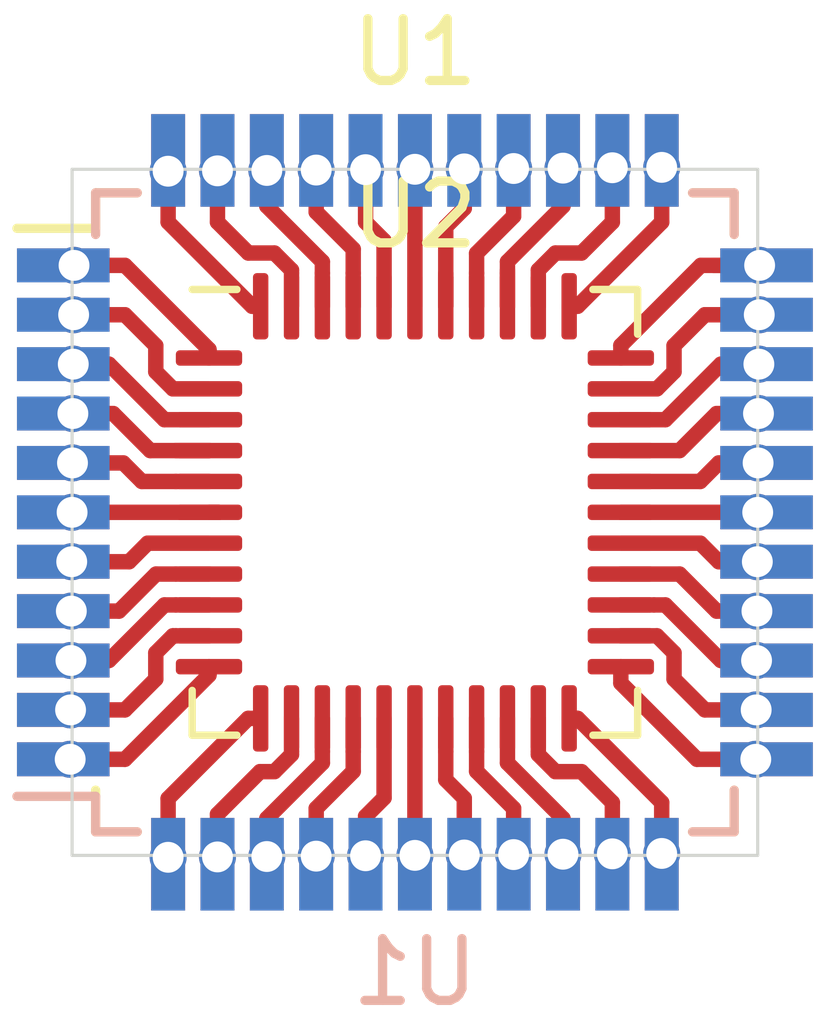
<source format=kicad_pcb>
(kicad_pcb (version 20171130) (host pcbnew "(5.1.10)-1")

  (general
    (thickness 1.6)
    (drawings 6)
    (tracks 255)
    (zones 0)
    (modules 3)
    (nets 40)
  )

  (page A4)
  (layers
    (0 F.Cu signal)
    (31 B.Cu signal)
    (32 B.Adhes user)
    (33 F.Adhes user)
    (34 B.Paste user)
    (35 F.Paste user)
    (36 B.SilkS user)
    (37 F.SilkS user)
    (38 B.Mask user)
    (39 F.Mask user)
    (40 Dwgs.User user)
    (41 Cmts.User user)
    (42 Eco1.User user)
    (43 Eco2.User user)
    (44 Edge.Cuts user)
    (45 Margin user)
    (46 B.CrtYd user)
    (47 F.CrtYd user)
    (48 B.Fab user)
    (49 F.Fab user)
  )

  (setup
    (last_trace_width 0.25)
    (trace_clearance 0.2)
    (zone_clearance 0.508)
    (zone_45_only no)
    (trace_min 0.2)
    (via_size 0.8)
    (via_drill 0.4)
    (via_min_size 0.4)
    (via_min_drill 0.3)
    (user_via 0.6 0.5)
    (uvia_size 0.3)
    (uvia_drill 0.1)
    (uvias_allowed no)
    (uvia_min_size 0.2)
    (uvia_min_drill 0.1)
    (edge_width 0.05)
    (segment_width 0.2)
    (pcb_text_width 0.3)
    (pcb_text_size 1.5 1.5)
    (mod_edge_width 0.12)
    (mod_text_size 1 1)
    (mod_text_width 0.15)
    (pad_size 1.524 1.524)
    (pad_drill 0.762)
    (pad_to_mask_clearance 0.051)
    (solder_mask_min_width 0.25)
    (aux_axis_origin 0 0)
    (visible_elements 7FFFF7FF)
    (pcbplotparams
      (layerselection 0x3fffc_ffffffff)
      (usegerberextensions false)
      (usegerberattributes false)
      (usegerberadvancedattributes false)
      (creategerberjobfile false)
      (excludeedgelayer true)
      (linewidth 0.100000)
      (plotframeref false)
      (viasonmask false)
      (mode 1)
      (useauxorigin false)
      (hpglpennumber 1)
      (hpglpenspeed 20)
      (hpglpendiameter 15.000000)
      (psnegative false)
      (psa4output false)
      (plotreference true)
      (plotvalue true)
      (plotinvisibletext false)
      (padsonsilk false)
      (subtractmaskfromsilk false)
      (outputformat 1)
      (mirror false)
      (drillshape 0)
      (scaleselection 1)
      (outputdirectory "gerber/"))
  )

  (net 0 "")
  (net 1 24)
  (net 2 15)
  (net 3 42)
  (net 4 41)
  (net 5 40)
  (net 6 39)
  (net 7 38)
  (net 8 37)
  (net 9 36)
  (net 10 14)
  (net 11 33)
  (net 12 32)
  (net 13 31)
  (net 14 30)
  (net 15 29)
  (net 16 28)
  (net 17 27)
  (net 18 26)
  (net 19 25)
  (net 20 22)
  (net 21 21)
  (net 22 20)
  (net 23 19)
  (net 24 18)
  (net 25 17)
  (net 26 16)
  (net 27 13)
  (net 28 12)
  (net 29 11)
  (net 30 10)
  (net 31 9)
  (net 32 8)
  (net 33 7)
  (net 34 6)
  (net 35 5)
  (net 36 4)
  (net 37 3)
  (net 38 2)
  (net 39 1)

  (net_class Default "This is the default net class."
    (clearance 0.2)
    (trace_width 0.25)
    (via_dia 0.8)
    (via_drill 0.4)
    (uvia_dia 0.3)
    (uvia_drill 0.1)
    (add_net 1)
    (add_net 10)
    (add_net 11)
    (add_net 12)
    (add_net 13)
    (add_net 14)
    (add_net 15)
    (add_net 16)
    (add_net 17)
    (add_net 18)
    (add_net 19)
    (add_net 2)
    (add_net 20)
    (add_net 21)
    (add_net 22)
    (add_net 24)
    (add_net 25)
    (add_net 26)
    (add_net 27)
    (add_net 28)
    (add_net 29)
    (add_net 3)
    (add_net 30)
    (add_net 31)
    (add_net 32)
    (add_net 33)
    (add_net 36)
    (add_net 37)
    (add_net 38)
    (add_net 39)
    (add_net 4)
    (add_net 40)
    (add_net 41)
    (add_net 42)
    (add_net 5)
    (add_net 6)
    (add_net 7)
    (add_net 8)
    (add_net 9)
  )

  (module Package_DFN_QFN:QFN-44-1EP_7x7mm_P0.5mm_EP5.2x5.2mm (layer F.Cu) (tedit 61C285FA) (tstamp 604662B8)
    (at 94.45625 57.94375)
    (descr "QFN, 44 Pin (http://ww1.microchip.com/downloads/en/DeviceDoc/2512S.pdf#page=17), generated with kicad-footprint-generator ipc_noLead_generator.py")
    (tags "QFN NoLead")
    (path /60467231)
    (attr smd)
    (fp_text reference U2 (at 0 -4.82) (layer F.SilkS)
      (effects (font (size 1 1) (thickness 0.15)))
    )
    (fp_text value ATmega32U4-MU (at 0 4.82) (layer F.Fab)
      (effects (font (size 1 1) (thickness 0.15)))
    )
    (fp_line (start 4.12 -4.12) (end -4.12 -4.12) (layer F.CrtYd) (width 0.05))
    (fp_line (start 4.12 4.12) (end 4.12 -4.12) (layer F.CrtYd) (width 0.05))
    (fp_line (start -4.12 4.12) (end 4.12 4.12) (layer F.CrtYd) (width 0.05))
    (fp_line (start -4.12 -4.12) (end -4.12 4.12) (layer F.CrtYd) (width 0.05))
    (fp_line (start -3.5 -2.5) (end -2.5 -3.5) (layer F.Fab) (width 0.1))
    (fp_line (start -3.5 3.5) (end -3.5 -2.5) (layer F.Fab) (width 0.1))
    (fp_line (start 3.5 3.5) (end -3.5 3.5) (layer F.Fab) (width 0.1))
    (fp_line (start 3.5 -3.5) (end 3.5 3.5) (layer F.Fab) (width 0.1))
    (fp_line (start -2.5 -3.5) (end 3.5 -3.5) (layer F.Fab) (width 0.1))
    (fp_line (start -2.885 -3.61) (end -3.61 -3.61) (layer F.SilkS) (width 0.12))
    (fp_line (start 3.61 3.61) (end 3.61 2.885) (layer F.SilkS) (width 0.12))
    (fp_line (start 2.885 3.61) (end 3.61 3.61) (layer F.SilkS) (width 0.12))
    (fp_line (start -3.61 3.61) (end -3.61 2.885) (layer F.SilkS) (width 0.12))
    (fp_line (start -2.885 3.61) (end -3.61 3.61) (layer F.SilkS) (width 0.12))
    (fp_line (start 3.61 -3.61) (end 3.61 -2.885) (layer F.SilkS) (width 0.12))
    (fp_line (start 2.885 -3.61) (end 3.61 -3.61) (layer F.SilkS) (width 0.12))
    (fp_text user %R (at 0 0) (layer F.Fab)
      (effects (font (size 1 1) (thickness 0.15)))
    )
    (pad 44 smd roundrect (at -2.5 -3.3375) (size 0.25 1.075) (layers F.Cu F.Paste F.Mask) (roundrect_rratio 0.25)
      (net 1 24))
    (pad 43 smd roundrect (at -2 -3.3375) (size 0.25 1.075) (layers F.Cu F.Paste F.Mask) (roundrect_rratio 0.25)
      (net 2 15))
    (pad 42 smd roundrect (at -1.5 -3.3375) (size 0.25 1.075) (layers F.Cu F.Paste F.Mask) (roundrect_rratio 0.25)
      (net 3 42))
    (pad 41 smd roundrect (at -1 -3.3375) (size 0.25 1.075) (layers F.Cu F.Paste F.Mask) (roundrect_rratio 0.25)
      (net 4 41))
    (pad 40 smd roundrect (at -0.5 -3.3375) (size 0.25 1.075) (layers F.Cu F.Paste F.Mask) (roundrect_rratio 0.25)
      (net 5 40))
    (pad 39 smd roundrect (at 0 -3.3375) (size 0.25 1.075) (layers F.Cu F.Paste F.Mask) (roundrect_rratio 0.25)
      (net 6 39))
    (pad 38 smd roundrect (at 0.5 -3.3375) (size 0.25 1.075) (layers F.Cu F.Paste F.Mask) (roundrect_rratio 0.25)
      (net 7 38))
    (pad 37 smd roundrect (at 1 -3.3375) (size 0.25 1.075) (layers F.Cu F.Paste F.Mask) (roundrect_rratio 0.25)
      (net 8 37))
    (pad 36 smd roundrect (at 1.5 -3.3375) (size 0.25 1.075) (layers F.Cu F.Paste F.Mask) (roundrect_rratio 0.25)
      (net 9 36))
    (pad 35 smd roundrect (at 2 -3.3375) (size 0.25 1.075) (layers F.Cu F.Paste F.Mask) (roundrect_rratio 0.25)
      (net 2 15))
    (pad 34 smd roundrect (at 2.5 -3.3375) (size 0.25 1.075) (layers F.Cu F.Paste F.Mask) (roundrect_rratio 0.25)
      (net 10 14))
    (pad 33 smd roundrect (at 3.3375 -2.5) (size 1.075 0.25) (layers F.Cu F.Paste F.Mask) (roundrect_rratio 0.25)
      (net 11 33))
    (pad 32 smd roundrect (at 3.3375 -2) (size 1.075 0.25) (layers F.Cu F.Paste F.Mask) (roundrect_rratio 0.25)
      (net 12 32))
    (pad 31 smd roundrect (at 3.3375 -1.5) (size 1.075 0.25) (layers F.Cu F.Paste F.Mask) (roundrect_rratio 0.25)
      (net 13 31))
    (pad 30 smd roundrect (at 3.3375 -1) (size 1.075 0.25) (layers F.Cu F.Paste F.Mask) (roundrect_rratio 0.25)
      (net 14 30))
    (pad 29 smd roundrect (at 3.3375 -0.5) (size 1.075 0.25) (layers F.Cu F.Paste F.Mask) (roundrect_rratio 0.25)
      (net 15 29))
    (pad 28 smd roundrect (at 3.3375 0) (size 1.075 0.25) (layers F.Cu F.Paste F.Mask) (roundrect_rratio 0.25)
      (net 16 28))
    (pad 27 smd roundrect (at 3.3375 0.5) (size 1.075 0.25) (layers F.Cu F.Paste F.Mask) (roundrect_rratio 0.25)
      (net 17 27))
    (pad 26 smd roundrect (at 3.3375 1) (size 1.075 0.25) (layers F.Cu F.Paste F.Mask) (roundrect_rratio 0.25)
      (net 18 26))
    (pad 25 smd roundrect (at 3.3375 1.5) (size 1.075 0.25) (layers F.Cu F.Paste F.Mask) (roundrect_rratio 0.25)
      (net 19 25))
    (pad 24 smd roundrect (at 3.3375 2) (size 1.075 0.25) (layers F.Cu F.Paste F.Mask) (roundrect_rratio 0.25)
      (net 1 24))
    (pad 23 smd roundrect (at 3.3375 2.5) (size 1.075 0.25) (layers F.Cu F.Paste F.Mask) (roundrect_rratio 0.25)
      (net 2 15))
    (pad 22 smd roundrect (at 2.5 3.3375) (size 0.25 1.075) (layers F.Cu F.Paste F.Mask) (roundrect_rratio 0.25)
      (net 20 22))
    (pad 21 smd roundrect (at 2 3.3375) (size 0.25 1.075) (layers F.Cu F.Paste F.Mask) (roundrect_rratio 0.25)
      (net 21 21))
    (pad 20 smd roundrect (at 1.5 3.3375) (size 0.25 1.075) (layers F.Cu F.Paste F.Mask) (roundrect_rratio 0.25)
      (net 22 20))
    (pad 19 smd roundrect (at 1 3.3375) (size 0.25 1.075) (layers F.Cu F.Paste F.Mask) (roundrect_rratio 0.25)
      (net 23 19))
    (pad 18 smd roundrect (at 0.5 3.3375) (size 0.25 1.075) (layers F.Cu F.Paste F.Mask) (roundrect_rratio 0.25)
      (net 24 18))
    (pad 17 smd roundrect (at 0 3.3375) (size 0.25 1.075) (layers F.Cu F.Paste F.Mask) (roundrect_rratio 0.25)
      (net 25 17))
    (pad 16 smd roundrect (at -0.5 3.3375) (size 0.25 1.075) (layers F.Cu F.Paste F.Mask) (roundrect_rratio 0.25)
      (net 26 16))
    (pad 15 smd roundrect (at -1 3.3375) (size 0.25 1.075) (layers F.Cu F.Paste F.Mask) (roundrect_rratio 0.25)
      (net 2 15))
    (pad 14 smd roundrect (at -1.5 3.3375) (size 0.25 1.075) (layers F.Cu F.Paste F.Mask) (roundrect_rratio 0.25)
      (net 10 14))
    (pad 13 smd roundrect (at -2 3.3375) (size 0.25 1.075) (layers F.Cu F.Paste F.Mask) (roundrect_rratio 0.25)
      (net 27 13))
    (pad 12 smd roundrect (at -2.5 3.3375) (size 0.25 1.075) (layers F.Cu F.Paste F.Mask) (roundrect_rratio 0.25)
      (net 28 12))
    (pad 11 smd roundrect (at -3.3375 2.5) (size 1.075 0.25) (layers F.Cu F.Paste F.Mask) (roundrect_rratio 0.25)
      (net 29 11))
    (pad 10 smd roundrect (at -3.3375 2) (size 1.075 0.25) (layers F.Cu F.Paste F.Mask) (roundrect_rratio 0.25)
      (net 30 10))
    (pad 9 smd roundrect (at -3.3375 1.5) (size 1.075 0.25) (layers F.Cu F.Paste F.Mask) (roundrect_rratio 0.25)
      (net 31 9))
    (pad 8 smd roundrect (at -3.3375 1) (size 1.075 0.25) (layers F.Cu F.Paste F.Mask) (roundrect_rratio 0.25)
      (net 32 8))
    (pad 7 smd roundrect (at -3.3375 0.5) (size 1.075 0.25) (layers F.Cu F.Paste F.Mask) (roundrect_rratio 0.25)
      (net 33 7))
    (pad 6 smd roundrect (at -3.3375 0) (size 1.075 0.25) (layers F.Cu F.Paste F.Mask) (roundrect_rratio 0.25)
      (net 34 6))
    (pad 5 smd roundrect (at -3.3375 -0.5) (size 1.075 0.25) (layers F.Cu F.Paste F.Mask) (roundrect_rratio 0.25)
      (net 35 5))
    (pad 4 smd roundrect (at -3.3375 -1) (size 1.075 0.25) (layers F.Cu F.Paste F.Mask) (roundrect_rratio 0.25)
      (net 36 4))
    (pad 3 smd roundrect (at -3.3375 -1.5) (size 1.075 0.25) (layers F.Cu F.Paste F.Mask) (roundrect_rratio 0.25)
      (net 37 3))
    (pad 2 smd roundrect (at -3.3375 -2) (size 1.075 0.25) (layers F.Cu F.Paste F.Mask) (roundrect_rratio 0.25)
      (net 38 2))
    (pad 1 smd roundrect (at -3.3375 -2.5) (size 1.075 0.25) (layers F.Cu F.Paste F.Mask) (roundrect_rratio 0.25)
      (net 39 1))
    (model ${KISYS3DMOD}/Package_DFN_QFN.3dshapes/QFN-44-1EP_7x7mm_P0.5mm_EP5.2x5.2mm.wrl
      (at (xyz 0 0 0))
      (scale (xyz 1 1 1))
      (rotate (xyz 0 0 0))
    )
  )

  (module Package_QFP:TQFP-44_10x10mm_P0.8mm (layer B.Cu) (tedit 5A02F146) (tstamp 61B0F79A)
    (at 94.45625 57.94375)
    (descr "44-Lead Plastic Thin Quad Flatpack (PT) - 10x10x1.0 mm Body [TQFP] (see Microchip Packaging Specification 00000049BS.pdf)")
    (tags "QFP 0.8")
    (path /60465DA2)
    (attr smd)
    (fp_text reference U1 (at 0 7.45) (layer B.SilkS)
      (effects (font (size 1 1) (thickness 0.15)) (justify mirror))
    )
    (fp_text value ATmega32U4-AU (at 0 -7.45) (layer B.Fab)
      (effects (font (size 1 1) (thickness 0.15)) (justify mirror))
    )
    (fp_line (start -4 5) (end 5 5) (layer B.Fab) (width 0.15))
    (fp_line (start 5 5) (end 5 -5) (layer B.Fab) (width 0.15))
    (fp_line (start 5 -5) (end -5 -5) (layer B.Fab) (width 0.15))
    (fp_line (start -5 -5) (end -5 4) (layer B.Fab) (width 0.15))
    (fp_line (start -5 4) (end -4 5) (layer B.Fab) (width 0.15))
    (fp_line (start -6.7 6.7) (end -6.7 -6.7) (layer B.CrtYd) (width 0.05))
    (fp_line (start 6.7 6.7) (end 6.7 -6.7) (layer B.CrtYd) (width 0.05))
    (fp_line (start -6.7 6.7) (end 6.7 6.7) (layer B.CrtYd) (width 0.05))
    (fp_line (start -6.7 -6.7) (end 6.7 -6.7) (layer B.CrtYd) (width 0.05))
    (fp_line (start -5.175 5.175) (end -5.175 4.6) (layer B.SilkS) (width 0.15))
    (fp_line (start 5.175 5.175) (end 5.175 4.5) (layer B.SilkS) (width 0.15))
    (fp_line (start 5.175 -5.175) (end 5.175 -4.5) (layer B.SilkS) (width 0.15))
    (fp_line (start -5.175 -5.175) (end -5.175 -4.5) (layer B.SilkS) (width 0.15))
    (fp_line (start -5.175 5.175) (end -4.5 5.175) (layer B.SilkS) (width 0.15))
    (fp_line (start -5.175 -5.175) (end -4.5 -5.175) (layer B.SilkS) (width 0.15))
    (fp_line (start 5.175 -5.175) (end 4.5 -5.175) (layer B.SilkS) (width 0.15))
    (fp_line (start 5.175 5.175) (end 4.5 5.175) (layer B.SilkS) (width 0.15))
    (fp_line (start -5.175 4.6) (end -6.45 4.6) (layer B.SilkS) (width 0.15))
    (fp_text user %R (at 0 0) (layer B.Fab)
      (effects (font (size 1 1) (thickness 0.15)) (justify mirror))
    )
    (pad 1 smd rect (at -5.7 4) (size 1.5 0.55) (layers B.Cu B.Paste B.Mask)
      (net 39 1))
    (pad 2 smd rect (at -5.7 3.2) (size 1.5 0.55) (layers B.Cu B.Paste B.Mask)
      (net 38 2))
    (pad 3 smd rect (at -5.7 2.4) (size 1.5 0.55) (layers B.Cu B.Paste B.Mask)
      (net 37 3))
    (pad 4 smd rect (at -5.7 1.6) (size 1.5 0.55) (layers B.Cu B.Paste B.Mask)
      (net 36 4))
    (pad 5 smd rect (at -5.7 0.8) (size 1.5 0.55) (layers B.Cu B.Paste B.Mask)
      (net 35 5))
    (pad 6 smd rect (at -5.7 0) (size 1.5 0.55) (layers B.Cu B.Paste B.Mask)
      (net 34 6))
    (pad 7 smd rect (at -5.7 -0.8) (size 1.5 0.55) (layers B.Cu B.Paste B.Mask)
      (net 33 7))
    (pad 8 smd rect (at -5.7 -1.6) (size 1.5 0.55) (layers B.Cu B.Paste B.Mask)
      (net 32 8))
    (pad 9 smd rect (at -5.7 -2.4) (size 1.5 0.55) (layers B.Cu B.Paste B.Mask)
      (net 31 9))
    (pad 10 smd rect (at -5.7 -3.2) (size 1.5 0.55) (layers B.Cu B.Paste B.Mask)
      (net 30 10))
    (pad 11 smd rect (at -5.7 -4) (size 1.5 0.55) (layers B.Cu B.Paste B.Mask)
      (net 29 11))
    (pad 12 smd rect (at -4 -5.7 270) (size 1.5 0.55) (layers B.Cu B.Paste B.Mask)
      (net 28 12))
    (pad 13 smd rect (at -3.2 -5.7 270) (size 1.5 0.55) (layers B.Cu B.Paste B.Mask)
      (net 27 13))
    (pad 14 smd rect (at -2.4 -5.7 270) (size 1.5 0.55) (layers B.Cu B.Paste B.Mask)
      (net 10 14))
    (pad 15 smd rect (at -1.6 -5.7 270) (size 1.5 0.55) (layers B.Cu B.Paste B.Mask)
      (net 2 15))
    (pad 16 smd rect (at -0.8 -5.7 270) (size 1.5 0.55) (layers B.Cu B.Paste B.Mask)
      (net 26 16))
    (pad 17 smd rect (at 0 -5.7 270) (size 1.5 0.55) (layers B.Cu B.Paste B.Mask)
      (net 25 17))
    (pad 18 smd rect (at 0.8 -5.7 270) (size 1.5 0.55) (layers B.Cu B.Paste B.Mask)
      (net 24 18))
    (pad 19 smd rect (at 1.6 -5.7 270) (size 1.5 0.55) (layers B.Cu B.Paste B.Mask)
      (net 23 19))
    (pad 20 smd rect (at 2.4 -5.7 270) (size 1.5 0.55) (layers B.Cu B.Paste B.Mask)
      (net 22 20))
    (pad 21 smd rect (at 3.2 -5.7 270) (size 1.5 0.55) (layers B.Cu B.Paste B.Mask)
      (net 21 21))
    (pad 22 smd rect (at 4 -5.7 270) (size 1.5 0.55) (layers B.Cu B.Paste B.Mask)
      (net 20 22))
    (pad 23 smd rect (at 5.7 -4) (size 1.5 0.55) (layers B.Cu B.Paste B.Mask)
      (net 2 15))
    (pad 24 smd rect (at 5.7 -3.2) (size 1.5 0.55) (layers B.Cu B.Paste B.Mask)
      (net 1 24))
    (pad 25 smd rect (at 5.7 -2.4) (size 1.5 0.55) (layers B.Cu B.Paste B.Mask)
      (net 19 25))
    (pad 26 smd rect (at 5.7 -1.6) (size 1.5 0.55) (layers B.Cu B.Paste B.Mask)
      (net 18 26))
    (pad 27 smd rect (at 5.7 -0.8) (size 1.5 0.55) (layers B.Cu B.Paste B.Mask)
      (net 17 27))
    (pad 28 smd rect (at 5.7 0) (size 1.5 0.55) (layers B.Cu B.Paste B.Mask)
      (net 16 28))
    (pad 29 smd rect (at 5.7 0.8) (size 1.5 0.55) (layers B.Cu B.Paste B.Mask)
      (net 15 29))
    (pad 30 smd rect (at 5.7 1.6) (size 1.5 0.55) (layers B.Cu B.Paste B.Mask)
      (net 14 30))
    (pad 31 smd rect (at 5.7 2.4) (size 1.5 0.55) (layers B.Cu B.Paste B.Mask)
      (net 13 31))
    (pad 32 smd rect (at 5.7 3.2) (size 1.5 0.55) (layers B.Cu B.Paste B.Mask)
      (net 12 32))
    (pad 33 smd rect (at 5.7 4) (size 1.5 0.55) (layers B.Cu B.Paste B.Mask)
      (net 11 33))
    (pad 34 smd rect (at 4 5.7 270) (size 1.5 0.55) (layers B.Cu B.Paste B.Mask)
      (net 10 14))
    (pad 35 smd rect (at 3.2 5.7 270) (size 1.5 0.55) (layers B.Cu B.Paste B.Mask)
      (net 2 15))
    (pad 36 smd rect (at 2.4 5.7 270) (size 1.5 0.55) (layers B.Cu B.Paste B.Mask)
      (net 9 36))
    (pad 37 smd rect (at 1.6 5.7 270) (size 1.5 0.55) (layers B.Cu B.Paste B.Mask)
      (net 8 37))
    (pad 38 smd rect (at 0.8 5.7 270) (size 1.5 0.55) (layers B.Cu B.Paste B.Mask)
      (net 7 38))
    (pad 39 smd rect (at 0 5.7 270) (size 1.5 0.55) (layers B.Cu B.Paste B.Mask)
      (net 6 39))
    (pad 40 smd rect (at -0.8 5.7 270) (size 1.5 0.55) (layers B.Cu B.Paste B.Mask)
      (net 5 40))
    (pad 41 smd rect (at -1.6 5.7 270) (size 1.5 0.55) (layers B.Cu B.Paste B.Mask)
      (net 4 41))
    (pad 42 smd rect (at -2.4 5.7 270) (size 1.5 0.55) (layers B.Cu B.Paste B.Mask)
      (net 3 42))
    (pad 43 smd rect (at -3.2 5.7 270) (size 1.5 0.55) (layers B.Cu B.Paste B.Mask)
      (net 2 15))
    (pad 44 smd rect (at -4 5.7 270) (size 1.5 0.55) (layers B.Cu B.Paste B.Mask)
      (net 1 24))
    (model ${KISYS3DMOD}/Package_QFP.3dshapes/TQFP-44_10x10mm_P0.8mm.wrl
      (at (xyz 0 0 0))
      (scale (xyz 1 1 1))
      (rotate (xyz 0 0 0))
    )
  )

  (module Package_QFP:TQFP-44_10x10mm_P0.8mm (layer F.Cu) (tedit 5A02F146) (tstamp 60466266)
    (at 94.45625 57.94375)
    (descr "44-Lead Plastic Thin Quad Flatpack (PT) - 10x10x1.0 mm Body [TQFP] (see Microchip Packaging Specification 00000049BS.pdf)")
    (tags "QFP 0.8")
    (path /60465DA2)
    (attr smd)
    (fp_text reference U1 (at 0 -7.45) (layer F.SilkS)
      (effects (font (size 1 1) (thickness 0.15)))
    )
    (fp_text value ATmega32U4-AU (at 0 7.45) (layer F.Fab)
      (effects (font (size 1 1) (thickness 0.15)))
    )
    (fp_line (start -5.175 -4.6) (end -6.45 -4.6) (layer F.SilkS) (width 0.15))
    (fp_line (start 5.175 -5.175) (end 4.5 -5.175) (layer F.SilkS) (width 0.15))
    (fp_line (start 5.175 5.175) (end 4.5 5.175) (layer F.SilkS) (width 0.15))
    (fp_line (start -5.175 5.175) (end -4.5 5.175) (layer F.SilkS) (width 0.15))
    (fp_line (start -5.175 -5.175) (end -4.5 -5.175) (layer F.SilkS) (width 0.15))
    (fp_line (start -5.175 5.175) (end -5.175 4.5) (layer F.SilkS) (width 0.15))
    (fp_line (start 5.175 5.175) (end 5.175 4.5) (layer F.SilkS) (width 0.15))
    (fp_line (start 5.175 -5.175) (end 5.175 -4.5) (layer F.SilkS) (width 0.15))
    (fp_line (start -5.175 -5.175) (end -5.175 -4.6) (layer F.SilkS) (width 0.15))
    (fp_line (start -6.7 6.7) (end 6.7 6.7) (layer F.CrtYd) (width 0.05))
    (fp_line (start -6.7 -6.7) (end 6.7 -6.7) (layer F.CrtYd) (width 0.05))
    (fp_line (start 6.7 -6.7) (end 6.7 6.7) (layer F.CrtYd) (width 0.05))
    (fp_line (start -6.7 -6.7) (end -6.7 6.7) (layer F.CrtYd) (width 0.05))
    (fp_line (start -5 -4) (end -4 -5) (layer F.Fab) (width 0.15))
    (fp_line (start -5 5) (end -5 -4) (layer F.Fab) (width 0.15))
    (fp_line (start 5 5) (end -5 5) (layer F.Fab) (width 0.15))
    (fp_line (start 5 -5) (end 5 5) (layer F.Fab) (width 0.15))
    (fp_line (start -4 -5) (end 5 -5) (layer F.Fab) (width 0.15))
    (fp_text user %R (at 0 0) (layer F.Fab)
      (effects (font (size 1 1) (thickness 0.15)))
    )
    (pad 44 smd rect (at -4 -5.7 90) (size 1.5 0.55) (layers F.Cu F.Paste F.Mask)
      (net 1 24))
    (pad 43 smd rect (at -3.2 -5.7 90) (size 1.5 0.55) (layers F.Cu F.Paste F.Mask)
      (net 2 15))
    (pad 42 smd rect (at -2.4 -5.7 90) (size 1.5 0.55) (layers F.Cu F.Paste F.Mask)
      (net 3 42))
    (pad 41 smd rect (at -1.6 -5.7 90) (size 1.5 0.55) (layers F.Cu F.Paste F.Mask)
      (net 4 41))
    (pad 40 smd rect (at -0.8 -5.7 90) (size 1.5 0.55) (layers F.Cu F.Paste F.Mask)
      (net 5 40))
    (pad 39 smd rect (at 0 -5.7 90) (size 1.5 0.55) (layers F.Cu F.Paste F.Mask)
      (net 6 39))
    (pad 38 smd rect (at 0.8 -5.7 90) (size 1.5 0.55) (layers F.Cu F.Paste F.Mask)
      (net 7 38))
    (pad 37 smd rect (at 1.6 -5.7 90) (size 1.5 0.55) (layers F.Cu F.Paste F.Mask)
      (net 8 37))
    (pad 36 smd rect (at 2.4 -5.7 90) (size 1.5 0.55) (layers F.Cu F.Paste F.Mask)
      (net 9 36))
    (pad 35 smd rect (at 3.2 -5.7 90) (size 1.5 0.55) (layers F.Cu F.Paste F.Mask)
      (net 2 15))
    (pad 34 smd rect (at 4 -5.7 90) (size 1.5 0.55) (layers F.Cu F.Paste F.Mask)
      (net 10 14))
    (pad 33 smd rect (at 5.7 -4) (size 1.5 0.55) (layers F.Cu F.Paste F.Mask)
      (net 11 33))
    (pad 32 smd rect (at 5.7 -3.2) (size 1.5 0.55) (layers F.Cu F.Paste F.Mask)
      (net 12 32))
    (pad 31 smd rect (at 5.7 -2.4) (size 1.5 0.55) (layers F.Cu F.Paste F.Mask)
      (net 13 31))
    (pad 30 smd rect (at 5.7 -1.6) (size 1.5 0.55) (layers F.Cu F.Paste F.Mask)
      (net 14 30))
    (pad 29 smd rect (at 5.7 -0.8) (size 1.5 0.55) (layers F.Cu F.Paste F.Mask)
      (net 15 29))
    (pad 28 smd rect (at 5.7 0) (size 1.5 0.55) (layers F.Cu F.Paste F.Mask)
      (net 16 28))
    (pad 27 smd rect (at 5.7 0.8) (size 1.5 0.55) (layers F.Cu F.Paste F.Mask)
      (net 17 27))
    (pad 26 smd rect (at 5.7 1.6) (size 1.5 0.55) (layers F.Cu F.Paste F.Mask)
      (net 18 26))
    (pad 25 smd rect (at 5.7 2.4) (size 1.5 0.55) (layers F.Cu F.Paste F.Mask)
      (net 19 25))
    (pad 24 smd rect (at 5.7 3.2) (size 1.5 0.55) (layers F.Cu F.Paste F.Mask)
      (net 1 24))
    (pad 23 smd rect (at 5.7 4) (size 1.5 0.55) (layers F.Cu F.Paste F.Mask)
      (net 2 15))
    (pad 22 smd rect (at 4 5.7 90) (size 1.5 0.55) (layers F.Cu F.Paste F.Mask)
      (net 20 22))
    (pad 21 smd rect (at 3.2 5.7 90) (size 1.5 0.55) (layers F.Cu F.Paste F.Mask)
      (net 21 21))
    (pad 20 smd rect (at 2.4 5.7 90) (size 1.5 0.55) (layers F.Cu F.Paste F.Mask)
      (net 22 20))
    (pad 19 smd rect (at 1.6 5.7 90) (size 1.5 0.55) (layers F.Cu F.Paste F.Mask)
      (net 23 19))
    (pad 18 smd rect (at 0.8 5.7 90) (size 1.5 0.55) (layers F.Cu F.Paste F.Mask)
      (net 24 18))
    (pad 17 smd rect (at 0 5.7 90) (size 1.5 0.55) (layers F.Cu F.Paste F.Mask)
      (net 25 17))
    (pad 16 smd rect (at -0.8 5.7 90) (size 1.5 0.55) (layers F.Cu F.Paste F.Mask)
      (net 26 16))
    (pad 15 smd rect (at -1.6 5.7 90) (size 1.5 0.55) (layers F.Cu F.Paste F.Mask)
      (net 2 15))
    (pad 14 smd rect (at -2.4 5.7 90) (size 1.5 0.55) (layers F.Cu F.Paste F.Mask)
      (net 10 14))
    (pad 13 smd rect (at -3.2 5.7 90) (size 1.5 0.55) (layers F.Cu F.Paste F.Mask)
      (net 27 13))
    (pad 12 smd rect (at -4 5.7 90) (size 1.5 0.55) (layers F.Cu F.Paste F.Mask)
      (net 28 12))
    (pad 11 smd rect (at -5.7 4) (size 1.5 0.55) (layers F.Cu F.Paste F.Mask)
      (net 29 11))
    (pad 10 smd rect (at -5.7 3.2) (size 1.5 0.55) (layers F.Cu F.Paste F.Mask)
      (net 30 10))
    (pad 9 smd rect (at -5.7 2.4) (size 1.5 0.55) (layers F.Cu F.Paste F.Mask)
      (net 31 9))
    (pad 8 smd rect (at -5.7 1.6) (size 1.5 0.55) (layers F.Cu F.Paste F.Mask)
      (net 32 8))
    (pad 7 smd rect (at -5.7 0.8) (size 1.5 0.55) (layers F.Cu F.Paste F.Mask)
      (net 33 7))
    (pad 6 smd rect (at -5.7 0) (size 1.5 0.55) (layers F.Cu F.Paste F.Mask)
      (net 34 6))
    (pad 5 smd rect (at -5.7 -0.8) (size 1.5 0.55) (layers F.Cu F.Paste F.Mask)
      (net 35 5))
    (pad 4 smd rect (at -5.7 -1.6) (size 1.5 0.55) (layers F.Cu F.Paste F.Mask)
      (net 36 4))
    (pad 3 smd rect (at -5.7 -2.4) (size 1.5 0.55) (layers F.Cu F.Paste F.Mask)
      (net 37 3))
    (pad 2 smd rect (at -5.7 -3.2) (size 1.5 0.55) (layers F.Cu F.Paste F.Mask)
      (net 38 2))
    (pad 1 smd rect (at -5.7 -4) (size 1.5 0.55) (layers F.Cu F.Paste F.Mask)
      (net 39 1))
    (model ${KISYS3DMOD}/Package_QFP.3dshapes/TQFP-44_10x10mm_P0.8mm.wrl
      (at (xyz 0 0 0))
      (scale (xyz 1 1 1))
      (rotate (xyz 0 0 0))
    )
  )

  (gr_text . (at 91.3 53.9) (layer Dwgs.User)
    (effects (font (size 2 2) (thickness 0.15)))
  )
  (gr_text . (at 89.4 51.9) (layer Dwgs.User)
    (effects (font (size 2 2) (thickness 0.15) italic))
  )
  (gr_line (start 88.9 63.5) (end 88.9 52.3875) (layer Edge.Cuts) (width 0.05) (tstamp 60469587))
  (gr_line (start 100.0125 63.5) (end 88.9 63.5) (layer Edge.Cuts) (width 0.05))
  (gr_line (start 100.0125 52.3875) (end 100.0125 63.5) (layer Edge.Cuts) (width 0.05))
  (gr_line (start 88.9 52.3875) (end 100.0125 52.3875) (layer Edge.Cuts) (width 0.05))

  (segment (start 90.45625 52.24375) (end 90.45625 52.41875) (width 0.25) (layer F.Cu) (net 1))
  (segment (start 99.15625 61.14375) (end 99.9875 61.14375) (width 0.25) (layer F.Cu) (net 1))
  (segment (start 98.65626 60.64376) (end 99.15625 61.14375) (width 0.25) (layer F.Cu) (net 1))
  (segment (start 98.379272 59.94375) (end 98.65626 60.220738) (width 0.25) (layer F.Cu) (net 1))
  (segment (start 98.65626 60.220738) (end 98.65626 60.64376) (width 0.25) (layer F.Cu) (net 1))
  (segment (start 97.79375 59.94375) (end 98.379272 59.94375) (width 0.25) (layer F.Cu) (net 1))
  (segment (start 90.45625 52.41875) (end 90.45625 53.24375) (width 0.25) (layer F.Cu) (net 1) (tstamp 60469530))
  (via (at 90.45625 52.41875) (size 0.6) (drill 0.5) (layers F.Cu B.Cu) (net 1))
  (segment (start 99.9875 61.14375) (end 100.15625 61.14375) (width 0.25) (layer F.Cu) (net 1) (tstamp 60469558))
  (via (at 99.9875 61.14375) (size 0.6) (drill 0.5) (layers F.Cu B.Cu) (net 1))
  (segment (start 91.81875 54.60625) (end 90.45625 53.24375) (width 0.25) (layer F.Cu) (net 1))
  (segment (start 91.95625 54.60625) (end 91.81875 54.60625) (width 0.25) (layer F.Cu) (net 1))
  (segment (start 93.45625 61.81875) (end 93.45625 61.28125) (width 0.25) (layer F.Cu) (net 2))
  (segment (start 93.45625 62.139592) (end 93.45625 61.81875) (width 0.25) (layer F.Cu) (net 2))
  (segment (start 92.85625 62.739592) (end 93.45625 62.139592) (width 0.25) (layer F.Cu) (net 2))
  (segment (start 92.85625 63.64375) (end 92.85625 63.5125) (width 0.25) (layer F.Cu) (net 2))
  (segment (start 96.733238 53.74374) (end 96.45625 54.020728) (width 0.25) (layer F.Cu) (net 2))
  (segment (start 97.15626 53.74374) (end 96.733238 53.74374) (width 0.25) (layer F.Cu) (net 2))
  (segment (start 96.45625 54.020728) (end 96.45625 54.60625) (width 0.25) (layer F.Cu) (net 2))
  (segment (start 97.65625 52.24375) (end 97.65625 52.3625) (width 0.25) (layer F.Cu) (net 2))
  (segment (start 97.65625 53.24375) (end 97.15626 53.74374) (width 0.25) (layer F.Cu) (net 2))
  (segment (start 92.45625 54.06875) (end 92.45625 54.60625) (width 0.25) (layer F.Cu) (net 2))
  (segment (start 92.45625 54.020728) (end 92.45625 54.06875) (width 0.25) (layer F.Cu) (net 2))
  (segment (start 92.179262 53.74374) (end 92.45625 54.020728) (width 0.25) (layer F.Cu) (net 2))
  (segment (start 91.75624 53.74374) (end 92.179262 53.74374) (width 0.25) (layer F.Cu) (net 2))
  (segment (start 91.25625 53.24375) (end 91.75624 53.74374) (width 0.25) (layer F.Cu) (net 2))
  (segment (start 91.25625 52.24375) (end 91.25625 52.4125) (width 0.25) (layer F.Cu) (net 2))
  (segment (start 91.25625 52.4125) (end 91.25625 53.24375) (width 0.25) (layer F.Cu) (net 2) (tstamp 60469532))
  (via (at 91.25625 52.4125) (size 0.6) (drill 0.5) (layers F.Cu B.Cu) (net 2))
  (segment (start 97.65625 52.3625) (end 97.65625 53.24375) (width 0.25) (layer F.Cu) (net 2) (tstamp 60469542))
  (via (at 97.65625 52.3625) (size 0.6) (drill 0.5) (layers F.Cu B.Cu) (net 2))
  (segment (start 99.98125 61.94375) (end 100.15625 61.94375) (width 0.25) (layer F.Cu) (net 2) (tstamp 6046955A))
  (segment (start 92.85625 63.5125) (end 92.85625 62.739592) (width 0.25) (layer F.Cu) (net 2) (tstamp 6046956A))
  (via (at 92.85625 63.5125) (size 0.6) (drill 0.5) (layers F.Cu B.Cu) (net 2))
  (via (at 99.98125 61.94375) (size 0.6) (drill 0.5) (layers F.Cu B.Cu) (net 2))
  (segment (start 97.79375 60.44375) (end 97.79375 60.70975) (width 0.25) (layer F.Cu) (net 2))
  (segment (start 99.02775 61.94375) (end 99.66249 61.94375) (width 0.25) (layer F.Cu) (net 2))
  (segment (start 97.79375 60.70975) (end 99.02775 61.94375) (width 0.25) (layer F.Cu) (net 2))
  (segment (start 92.95625 53.884318) (end 92.95625 54.06875) (width 0.25) (layer F.Cu) (net 3))
  (segment (start 92.95625 54.06875) (end 92.95625 54.60625) (width 0.25) (layer F.Cu) (net 3))
  (segment (start 92.05625 52.984318) (end 92.95625 53.884318) (width 0.25) (layer F.Cu) (net 3))
  (segment (start 92.05625 52.24375) (end 92.05625 52.40625) (width 0.25) (layer F.Cu) (net 3))
  (segment (start 92.05625 52.40625) (end 92.05625 52.984318) (width 0.25) (layer F.Cu) (net 3) (tstamp 60469534))
  (via (at 92.05625 52.40625) (size 0.6) (drill 0.5) (layers F.Cu B.Cu) (net 3))
  (segment (start 93.45625 53.68016) (end 93.45625 54.06875) (width 0.25) (layer F.Cu) (net 4))
  (segment (start 93.45625 54.06875) (end 93.45625 54.60625) (width 0.25) (layer F.Cu) (net 4))
  (segment (start 92.85625 53.08016) (end 93.45625 53.68016) (width 0.25) (layer F.Cu) (net 4))
  (segment (start 92.85625 52.24375) (end 92.85625 52.4) (width 0.25) (layer F.Cu) (net 4))
  (segment (start 92.85625 52.4) (end 92.85625 53.08016) (width 0.25) (layer F.Cu) (net 4) (tstamp 60469536))
  (via (at 92.85625 52.4) (size 0.6) (drill 0.5) (layers F.Cu B.Cu) (net 4))
  (segment (start 93.65625 53.24375) (end 93.65625 52.39375) (width 0.25) (layer F.Cu) (net 5))
  (segment (start 93.65625 52.39375) (end 93.65625 52.24375) (width 0.25) (layer F.Cu) (net 5) (tstamp 60469538))
  (via (at 93.65625 52.39375) (size 0.6) (drill 0.5) (layers F.Cu B.Cu) (net 5))
  (segment (start 93.95625 53.54375) (end 93.65625 53.24375) (width 0.25) (layer F.Cu) (net 5))
  (segment (start 93.95625 54.60625) (end 93.95625 53.54375) (width 0.25) (layer F.Cu) (net 5))
  (segment (start 94.45625 52.24375) (end 94.45625 52.3875) (width 0.25) (layer F.Cu) (net 6))
  (segment (start 94.45625 52.24375) (end 94.45625 52.3875) (width 0.25) (layer F.Cu) (net 6))
  (segment (start 94.45625 52.3875) (end 94.45625 54.60625) (width 0.25) (layer F.Cu) (net 6) (tstamp 6046953A))
  (via (at 94.45625 52.3875) (size 0.6) (drill 0.5) (layers F.Cu B.Cu) (net 6))
  (segment (start 94.95625 54.06875) (end 94.95625 54.60625) (width 0.25) (layer F.Cu) (net 7))
  (segment (start 94.95625 53.318751) (end 95.25625 53.018751) (width 0.25) (layer F.Cu) (net 7))
  (segment (start 95.25625 53.018751) (end 95.25625 52.38125) (width 0.25) (layer F.Cu) (net 7))
  (segment (start 94.95625 54.60625) (end 94.95625 53.318751) (width 0.25) (layer F.Cu) (net 7))
  (segment (start 95.25625 52.38125) (end 95.25625 52.24375) (width 0.25) (layer F.Cu) (net 7) (tstamp 6046953C))
  (via (at 95.25625 52.38125) (size 0.6) (drill 0.5) (layers F.Cu B.Cu) (net 7))
  (segment (start 95.45625 54.06875) (end 95.45625 54.60625) (width 0.25) (layer F.Cu) (net 8))
  (segment (start 96.05625 53.147908) (end 95.45625 53.747908) (width 0.25) (layer F.Cu) (net 8))
  (segment (start 95.45625 53.747908) (end 95.45625 54.06875) (width 0.25) (layer F.Cu) (net 8))
  (segment (start 96.05625 52.24375) (end 96.05625 52.375) (width 0.25) (layer F.Cu) (net 8))
  (segment (start 96.05625 52.375) (end 96.05625 53.147908) (width 0.25) (layer F.Cu) (net 8) (tstamp 6046953E))
  (via (at 96.05625 52.375) (size 0.6) (drill 0.5) (layers F.Cu B.Cu) (net 8))
  (segment (start 95.95625 54.020728) (end 95.95625 54.60625) (width 0.25) (layer F.Cu) (net 9))
  (segment (start 95.95625 54.06875) (end 95.95625 54.60625) (width 0.25) (layer F.Cu) (net 9))
  (segment (start 96.85625 52.984318) (end 95.95625 53.884318) (width 0.25) (layer F.Cu) (net 9))
  (segment (start 95.95625 53.884318) (end 95.95625 54.06875) (width 0.25) (layer F.Cu) (net 9))
  (segment (start 96.85625 52.24375) (end 96.85625 52.36875) (width 0.25) (layer F.Cu) (net 9))
  (segment (start 96.85625 52.36875) (end 96.85625 52.984318) (width 0.25) (layer F.Cu) (net 9) (tstamp 60469540))
  (via (at 96.85625 52.36875) (size 0.6) (drill 0.5) (layers F.Cu B.Cu) (net 9))
  (segment (start 97.08125 54.60625) (end 96.95625 54.60625) (width 0.25) (layer F.Cu) (net 10))
  (segment (start 97.09375 54.60625) (end 97.08125 54.60625) (width 0.25) (layer F.Cu) (net 10))
  (segment (start 98.45625 53.24375) (end 97.09375 54.60625) (width 0.25) (layer F.Cu) (net 10))
  (segment (start 98.45625 52.24375) (end 98.45625 52.35625) (width 0.25) (layer F.Cu) (net 10))
  (segment (start 92.95625 61.81875) (end 92.95625 61.28125) (width 0.25) (layer F.Cu) (net 10))
  (segment (start 92.95625 62.003182) (end 92.95625 61.81875) (width 0.25) (layer F.Cu) (net 10))
  (segment (start 92.05625 62.903182) (end 92.95625 62.003182) (width 0.25) (layer F.Cu) (net 10))
  (segment (start 92.05625 63.64375) (end 92.05625 63.51875) (width 0.25) (layer F.Cu) (net 10))
  (segment (start 98.45625 52.35625) (end 98.45625 53.24375) (width 0.25) (layer F.Cu) (net 10) (tstamp 60469544))
  (via (at 98.45625 52.35625) (size 0.6) (drill 0.5) (layers F.Cu B.Cu) (net 10))
  (segment (start 92.05625 63.51875) (end 92.05625 62.903182) (width 0.25) (layer F.Cu) (net 10) (tstamp 6046956C))
  (via (at 92.05625 63.51875) (size 0.6) (drill 0.5) (layers F.Cu B.Cu) (net 10))
  (segment (start 99.29375 53.94375) (end 100.04375 53.94375) (width 0.25) (layer F.Cu) (net 11))
  (segment (start 100.04375 53.94375) (end 100.15625 53.94375) (width 0.25) (layer F.Cu) (net 11) (tstamp 60469546))
  (via (at 100.04375 53.94375) (size 0.6) (drill 0.5) (layers F.Cu B.Cu) (net 11))
  (segment (start 97.79375 55.44375) (end 97.79375 55.24125) (width 0.25) (layer F.Cu) (net 11))
  (segment (start 99.09125 53.94375) (end 99.66249 53.94375) (width 0.25) (layer F.Cu) (net 11))
  (segment (start 97.79375 55.24125) (end 99.09125 53.94375) (width 0.25) (layer F.Cu) (net 11))
  (segment (start 99.15625 54.74375) (end 100.0375 54.74375) (width 0.25) (layer F.Cu) (net 12))
  (segment (start 98.65626 55.24374) (end 99.15625 54.74375) (width 0.25) (layer F.Cu) (net 12))
  (segment (start 98.65626 55.666762) (end 98.65626 55.24374) (width 0.25) (layer F.Cu) (net 12))
  (segment (start 98.379272 55.94375) (end 98.65626 55.666762) (width 0.25) (layer F.Cu) (net 12))
  (segment (start 97.79375 55.94375) (end 98.379272 55.94375) (width 0.25) (layer F.Cu) (net 12))
  (segment (start 100.0375 54.74375) (end 100.15625 54.74375) (width 0.25) (layer F.Cu) (net 12) (tstamp 60469548))
  (via (at 100.0375 54.74375) (size 0.6) (drill 0.5) (layers F.Cu B.Cu) (net 12))
  (segment (start 99.415682 55.54375) (end 100.03125 55.54375) (width 0.25) (layer F.Cu) (net 13))
  (segment (start 98.515682 56.44375) (end 99.415682 55.54375) (width 0.25) (layer F.Cu) (net 13))
  (segment (start 97.79375 56.44375) (end 98.515682 56.44375) (width 0.25) (layer F.Cu) (net 13))
  (segment (start 100.03125 55.54375) (end 100.15625 55.54375) (width 0.25) (layer F.Cu) (net 13) (tstamp 6046954A))
  (via (at 100.03125 55.54375) (size 0.6) (drill 0.5) (layers F.Cu B.Cu) (net 13))
  (segment (start 99.346248 56.34375) (end 100.025 56.34375) (width 0.25) (layer F.Cu) (net 14))
  (segment (start 98.746248 56.94375) (end 99.346248 56.34375) (width 0.25) (layer F.Cu) (net 14))
  (segment (start 97.79375 56.94375) (end 98.746248 56.94375) (width 0.25) (layer F.Cu) (net 14))
  (segment (start 100.025 56.34375) (end 100.15625 56.34375) (width 0.25) (layer F.Cu) (net 14) (tstamp 6046954C))
  (via (at 100.025 56.34375) (size 0.6) (drill 0.5) (layers F.Cu B.Cu) (net 14))
  (segment (start 99.081249 57.44375) (end 99.381249 57.14375) (width 0.25) (layer F.Cu) (net 15))
  (segment (start 99.381249 57.14375) (end 100.01875 57.14375) (width 0.25) (layer F.Cu) (net 15))
  (segment (start 97.79375 57.44375) (end 99.081249 57.44375) (width 0.25) (layer F.Cu) (net 15))
  (segment (start 100.01875 57.14375) (end 100.15625 57.14375) (width 0.25) (layer F.Cu) (net 15) (tstamp 6046954E))
  (via (at 100.01875 57.14375) (size 0.6) (drill 0.5) (layers F.Cu B.Cu) (net 15))
  (segment (start 100.15625 57.94375) (end 100.0125 57.94375) (width 0.25) (layer F.Cu) (net 16))
  (segment (start 100.0125 57.94375) (end 97.79375 57.94375) (width 0.25) (layer F.Cu) (net 16) (tstamp 60469550))
  (via (at 100.0125 57.94375) (size 0.6) (drill 0.5) (layers F.Cu B.Cu) (net 16))
  (segment (start 99.081249 58.44375) (end 99.381249 58.74375) (width 0.25) (layer F.Cu) (net 17))
  (segment (start 99.381249 58.74375) (end 100.00625 58.74375) (width 0.25) (layer F.Cu) (net 17))
  (segment (start 97.79375 58.44375) (end 99.081249 58.44375) (width 0.25) (layer F.Cu) (net 17))
  (segment (start 100.00625 58.74375) (end 100.15625 58.74375) (width 0.25) (layer F.Cu) (net 17) (tstamp 60469552))
  (via (at 100.00625 58.74375) (size 0.6) (drill 0.5) (layers F.Cu B.Cu) (net 17))
  (segment (start 99.346248 59.54375) (end 100 59.54375) (width 0.25) (layer F.Cu) (net 18))
  (segment (start 98.746248 58.94375) (end 99.346248 59.54375) (width 0.25) (layer F.Cu) (net 18))
  (segment (start 97.79375 58.94375) (end 98.746248 58.94375) (width 0.25) (layer F.Cu) (net 18))
  (segment (start 100 59.54375) (end 100.15625 59.54375) (width 0.25) (layer F.Cu) (net 18) (tstamp 60469554))
  (via (at 100 59.54375) (size 0.6) (drill 0.5) (layers F.Cu B.Cu) (net 18))
  (segment (start 100.1375 60.325) (end 100.15625 60.34375) (width 0.25) (layer F.Cu) (net 19))
  (segment (start 98.515682 59.44375) (end 98.33125 59.44375) (width 0.25) (layer F.Cu) (net 19))
  (segment (start 99.415682 60.34375) (end 98.515682 59.44375) (width 0.25) (layer F.Cu) (net 19))
  (segment (start 98.33125 59.44375) (end 97.79375 59.44375) (width 0.25) (layer F.Cu) (net 19))
  (segment (start 100.15625 60.34375) (end 99.99375 60.34375) (width 0.25) (layer F.Cu) (net 19))
  (segment (start 99.99375 60.34375) (end 99.415682 60.34375) (width 0.25) (layer F.Cu) (net 19) (tstamp 60469556))
  (via (at 99.99375 60.34375) (size 0.6) (drill 0.5) (layers F.Cu B.Cu) (net 19))
  (segment (start 97.08125 61.28125) (end 96.95625 61.28125) (width 0.25) (layer F.Cu) (net 20))
  (segment (start 97.09375 61.28125) (end 97.08125 61.28125) (width 0.25) (layer F.Cu) (net 20))
  (segment (start 98.45625 62.64375) (end 97.09375 61.28125) (width 0.25) (layer F.Cu) (net 20))
  (segment (start 98.45625 63.64375) (end 98.45625 63.46875) (width 0.25) (layer F.Cu) (net 20))
  (segment (start 98.45625 63.46875) (end 98.45625 62.64375) (width 0.25) (layer F.Cu) (net 20) (tstamp 6046955C))
  (via (at 98.45625 63.46875) (size 0.6) (drill 0.5) (layers F.Cu B.Cu) (net 20))
  (segment (start 96.45625 61.81875) (end 96.45625 61.28125) (width 0.25) (layer F.Cu) (net 21))
  (segment (start 96.733238 62.14376) (end 96.45625 61.866772) (width 0.25) (layer F.Cu) (net 21))
  (segment (start 97.15626 62.14376) (end 96.733238 62.14376) (width 0.25) (layer F.Cu) (net 21))
  (segment (start 96.45625 61.866772) (end 96.45625 61.81875) (width 0.25) (layer F.Cu) (net 21))
  (segment (start 97.65625 62.64375) (end 97.15626 62.14376) (width 0.25) (layer F.Cu) (net 21))
  (segment (start 97.65625 63.64375) (end 97.65625 63.475) (width 0.25) (layer F.Cu) (net 21))
  (segment (start 97.65625 63.475) (end 97.65625 62.64375) (width 0.25) (layer F.Cu) (net 21) (tstamp 6046955E))
  (via (at 97.65625 63.475) (size 0.6) (drill 0.5) (layers F.Cu B.Cu) (net 21))
  (segment (start 96.85625 62.903182) (end 96.85625 63.48125) (width 0.25) (layer F.Cu) (net 22))
  (segment (start 95.95625 62.003182) (end 96.85625 62.903182) (width 0.25) (layer F.Cu) (net 22))
  (segment (start 95.95625 61.28125) (end 95.95625 62.003182) (width 0.25) (layer F.Cu) (net 22))
  (segment (start 96.85625 63.48125) (end 96.85625 63.64375) (width 0.25) (layer F.Cu) (net 22) (tstamp 60469560))
  (via (at 96.85625 63.48125) (size 0.6) (drill 0.5) (layers F.Cu B.Cu) (net 22))
  (segment (start 96.05625 62.739592) (end 95.45625 62.139592) (width 0.25) (layer F.Cu) (net 23))
  (segment (start 95.45625 61.81875) (end 95.45625 61.28125) (width 0.25) (layer F.Cu) (net 23))
  (segment (start 95.45625 62.139592) (end 95.45625 61.81875) (width 0.25) (layer F.Cu) (net 23))
  (segment (start 96.05625 63.64375) (end 96.05625 63.4875) (width 0.25) (layer F.Cu) (net 23))
  (segment (start 96.05625 63.4875) (end 96.05625 62.739592) (width 0.25) (layer F.Cu) (net 23) (tstamp 60469562))
  (via (at 96.05625 63.4875) (size 0.6) (drill 0.5) (layers F.Cu B.Cu) (net 23))
  (segment (start 94.95625 61.81875) (end 94.95625 61.28125) (width 0.25) (layer F.Cu) (net 24))
  (segment (start 94.95625 62.276002) (end 94.95625 61.81875) (width 0.25) (layer F.Cu) (net 24))
  (segment (start 95.25625 62.576002) (end 94.95625 62.276002) (width 0.25) (layer F.Cu) (net 24))
  (segment (start 95.25625 63.64375) (end 95.25625 63.49375) (width 0.25) (layer F.Cu) (net 24))
  (segment (start 95.25625 63.49375) (end 95.25625 62.576002) (width 0.25) (layer F.Cu) (net 24) (tstamp 60469564))
  (via (at 95.25625 63.49375) (size 0.6) (drill 0.5) (layers F.Cu B.Cu) (net 24))
  (segment (start 94.45625 61.28125) (end 94.45625 63.5) (width 0.25) (layer F.Cu) (net 25))
  (segment (start 94.45625 63.5) (end 94.45625 63.64375) (width 0.25) (layer F.Cu) (net 25) (tstamp 60469566))
  (via (at 94.45625 63.5) (size 0.6) (drill 0.5) (layers F.Cu B.Cu) (net 25))
  (segment (start 93.95625 62.568749) (end 93.65625 62.868749) (width 0.25) (layer F.Cu) (net 26))
  (segment (start 93.65625 62.868749) (end 93.65625 63.50625) (width 0.25) (layer F.Cu) (net 26))
  (segment (start 93.95625 61.28125) (end 93.95625 62.568749) (width 0.25) (layer F.Cu) (net 26))
  (segment (start 93.65625 63.50625) (end 93.65625 63.64375) (width 0.25) (layer F.Cu) (net 26) (tstamp 60469568))
  (via (at 93.65625 63.50625) (size 0.6) (drill 0.5) (layers F.Cu B.Cu) (net 26))
  (segment (start 91.25625 62.833748) (end 91.946238 62.14376) (width 0.25) (layer F.Cu) (net 27))
  (segment (start 91.25625 63.64375) (end 91.25625 63.525) (width 0.25) (layer F.Cu) (net 27))
  (segment (start 92.45625 61.81875) (end 92.45625 61.28125) (width 0.25) (layer F.Cu) (net 27))
  (segment (start 92.45625 61.866772) (end 92.45625 61.81875) (width 0.25) (layer F.Cu) (net 27))
  (segment (start 92.179262 62.14376) (end 92.45625 61.866772) (width 0.25) (layer F.Cu) (net 27))
  (segment (start 91.946238 62.14376) (end 92.179262 62.14376) (width 0.25) (layer F.Cu) (net 27))
  (segment (start 91.25625 63.525) (end 91.25625 62.833748) (width 0.25) (layer F.Cu) (net 27) (tstamp 6046956E))
  (via (at 91.25625 63.525) (size 0.6) (drill 0.5) (layers F.Cu B.Cu) (net 27))
  (segment (start 90.45625 63.53125) (end 90.45625 63.64375) (width 0.25) (layer F.Cu) (net 28) (tstamp 60469570))
  (via (at 90.45625 63.53125) (size 0.6) (drill 0.5) (layers F.Cu B.Cu) (net 28))
  (segment (start 91.95625 61.28125) (end 91.75375 61.28125) (width 0.25) (layer F.Cu) (net 28))
  (segment (start 90.45625 62.57875) (end 90.45625 63.14999) (width 0.25) (layer F.Cu) (net 28))
  (segment (start 91.75375 61.28125) (end 90.45625 62.57875) (width 0.25) (layer F.Cu) (net 28))
  (segment (start 91.11875 60.56875) (end 91.11875 60.44375) (width 0.25) (layer F.Cu) (net 29))
  (segment (start 91.11875 60.58125) (end 91.11875 60.56875) (width 0.25) (layer F.Cu) (net 29))
  (segment (start 89.75625 61.94375) (end 91.11875 60.58125) (width 0.25) (layer F.Cu) (net 29))
  (segment (start 88.75625 61.94375) (end 88.86875 61.94375) (width 0.25) (layer F.Cu) (net 29))
  (segment (start 88.86875 61.94375) (end 89.75625 61.94375) (width 0.25) (layer F.Cu) (net 29) (tstamp 60469572))
  (via (at 88.86875 61.94375) (size 0.6) (drill 0.5) (layers F.Cu B.Cu) (net 29))
  (segment (start 90.58125 59.94375) (end 91.11875 59.94375) (width 0.25) (layer F.Cu) (net 30))
  (segment (start 90.533228 59.94375) (end 90.58125 59.94375) (width 0.25) (layer F.Cu) (net 30))
  (segment (start 90.25624 60.220738) (end 90.533228 59.94375) (width 0.25) (layer F.Cu) (net 30))
  (segment (start 90.25624 60.64376) (end 90.25624 60.220738) (width 0.25) (layer F.Cu) (net 30))
  (segment (start 89.75625 61.14375) (end 90.25624 60.64376) (width 0.25) (layer F.Cu) (net 30))
  (segment (start 88.75625 61.14375) (end 88.875 61.14375) (width 0.25) (layer F.Cu) (net 30))
  (segment (start 88.875 61.14375) (end 89.75625 61.14375) (width 0.25) (layer F.Cu) (net 30) (tstamp 60469574))
  (via (at 88.875 61.14375) (size 0.6) (drill 0.5) (layers F.Cu B.Cu) (net 30))
  (segment (start 90.396818 59.44375) (end 90.58125 59.44375) (width 0.25) (layer F.Cu) (net 31))
  (segment (start 89.496818 60.34375) (end 90.396818 59.44375) (width 0.25) (layer F.Cu) (net 31))
  (segment (start 90.58125 59.44375) (end 91.11875 59.44375) (width 0.25) (layer F.Cu) (net 31))
  (segment (start 88.75625 60.34375) (end 88.88125 60.34375) (width 0.25) (layer F.Cu) (net 31))
  (segment (start 88.88125 60.34375) (end 89.496818 60.34375) (width 0.25) (layer F.Cu) (net 31) (tstamp 60469576))
  (via (at 88.88125 60.34375) (size 0.6) (drill 0.5) (layers F.Cu B.Cu) (net 31))
  (segment (start 90.58125 58.94375) (end 91.11875 58.94375) (width 0.25) (layer F.Cu) (net 32))
  (segment (start 90.260408 58.94375) (end 90.58125 58.94375) (width 0.25) (layer F.Cu) (net 32))
  (segment (start 89.660408 59.54375) (end 90.260408 58.94375) (width 0.25) (layer F.Cu) (net 32))
  (segment (start 88.75625 59.54375) (end 88.8875 59.54375) (width 0.25) (layer F.Cu) (net 32))
  (segment (start 88.8875 59.54375) (end 89.660408 59.54375) (width 0.25) (layer F.Cu) (net 32) (tstamp 60469578))
  (via (at 88.8875 59.54375) (size 0.6) (drill 0.5) (layers F.Cu B.Cu) (net 32))
  (segment (start 88.75625 58.74375) (end 88.89375 58.74375) (width 0.25) (layer F.Cu) (net 33))
  (segment (start 90.123998 58.44375) (end 91.11875 58.44375) (width 0.25) (layer F.Cu) (net 33))
  (segment (start 89.823998 58.74375) (end 90.123998 58.44375) (width 0.25) (layer F.Cu) (net 33))
  (segment (start 88.89375 58.74375) (end 89.823998 58.74375) (width 0.25) (layer F.Cu) (net 33) (tstamp 6046957A))
  (via (at 88.89375 58.74375) (size 0.6) (drill 0.5) (layers F.Cu B.Cu) (net 33))
  (segment (start 88.75625 57.94375) (end 88.9 57.94375) (width 0.25) (layer F.Cu) (net 34))
  (segment (start 91.28125 57.94375) (end 91.11875 57.94375) (width 0.25) (layer F.Cu) (net 34))
  (segment (start 88.9 57.94375) (end 91.28125 57.94375) (width 0.25) (layer F.Cu) (net 34) (tstamp 6046957C))
  (via (at 88.9 57.94375) (size 0.6) (drill 0.5) (layers F.Cu B.Cu) (net 34))
  (segment (start 90.58125 57.44375) (end 91.11875 57.44375) (width 0.25) (layer F.Cu) (net 35))
  (segment (start 90.029842 57.44375) (end 90.58125 57.44375) (width 0.25) (layer F.Cu) (net 35))
  (segment (start 89.729842 57.14375) (end 90.029842 57.44375) (width 0.25) (layer F.Cu) (net 35))
  (segment (start 88.75625 57.14375) (end 88.90625 57.14375) (width 0.25) (layer F.Cu) (net 35))
  (segment (start 88.90625 57.14375) (end 89.729842 57.14375) (width 0.25) (layer F.Cu) (net 35) (tstamp 6046957E))
  (via (at 88.90625 57.14375) (size 0.6) (drill 0.5) (layers F.Cu B.Cu) (net 35))
  (segment (start 90.58125 56.94375) (end 91.11875 56.94375) (width 0.25) (layer F.Cu) (net 36))
  (segment (start 89.566252 56.34375) (end 88.9125 56.34375) (width 0.25) (layer F.Cu) (net 36))
  (segment (start 90.166252 56.94375) (end 89.566252 56.34375) (width 0.25) (layer F.Cu) (net 36))
  (segment (start 91.11875 56.94375) (end 90.166252 56.94375) (width 0.25) (layer F.Cu) (net 36))
  (segment (start 88.9125 56.34375) (end 88.75625 56.34375) (width 0.25) (layer F.Cu) (net 36) (tstamp 60469580))
  (via (at 88.9125 56.34375) (size 0.6) (drill 0.5) (layers F.Cu B.Cu) (net 36))
  (segment (start 89.496818 55.54375) (end 88.91875 55.54375) (width 0.25) (layer F.Cu) (net 37))
  (segment (start 90.396818 56.44375) (end 89.496818 55.54375) (width 0.25) (layer F.Cu) (net 37))
  (segment (start 91.11875 56.44375) (end 90.396818 56.44375) (width 0.25) (layer F.Cu) (net 37))
  (segment (start 88.91875 55.54375) (end 88.75625 55.54375) (width 0.25) (layer F.Cu) (net 37) (tstamp 60469582))
  (via (at 88.91875 55.54375) (size 0.6) (drill 0.5) (layers F.Cu B.Cu) (net 37))
  (segment (start 90.25624 55.24374) (end 89.75625 54.74375) (width 0.25) (layer F.Cu) (net 38))
  (segment (start 90.25624 55.666762) (end 90.25624 55.24374) (width 0.25) (layer F.Cu) (net 38))
  (segment (start 90.533228 55.94375) (end 90.25624 55.666762) (width 0.25) (layer F.Cu) (net 38))
  (segment (start 89.75625 54.74375) (end 88.925 54.74375) (width 0.25) (layer F.Cu) (net 38))
  (segment (start 91.11875 55.94375) (end 90.533228 55.94375) (width 0.25) (layer F.Cu) (net 38))
  (segment (start 88.925 54.74375) (end 88.75625 54.74375) (width 0.25) (layer F.Cu) (net 38) (tstamp 60469584))
  (via (at 88.925 54.74375) (size 0.6) (drill 0.5) (layers F.Cu B.Cu) (net 38))
  (segment (start 91.11875 55.31875) (end 91.11875 55.44375) (width 0.25) (layer F.Cu) (net 39))
  (segment (start 91.11875 55.30625) (end 91.11875 55.31875) (width 0.25) (layer F.Cu) (net 39))
  (segment (start 89.75625 53.94375) (end 91.11875 55.30625) (width 0.25) (layer F.Cu) (net 39))
  (segment (start 88.75625 53.94375) (end 88.93125 53.94375) (width 0.25) (layer F.Cu) (net 39))
  (segment (start 88.93125 53.94375) (end 89.75625 53.94375) (width 0.25) (layer F.Cu) (net 39) (tstamp 60469586))
  (via (at 88.93125 53.94375) (size 0.6) (drill 0.5) (layers F.Cu B.Cu) (net 39))

)

</source>
